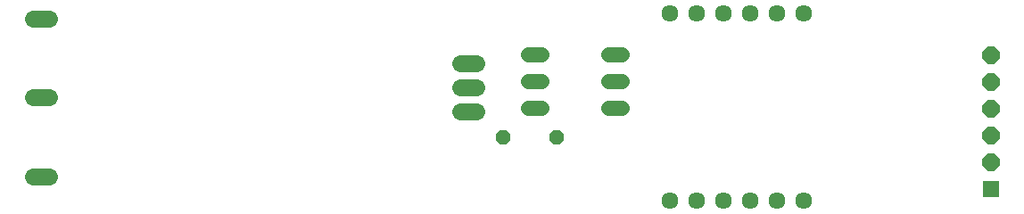
<source format=gbs>
G75*
G70*
%OFA0B0*%
%FSLAX24Y24*%
%IPPOS*%
%LPD*%
%AMOC8*
5,1,8,0,0,1.08239X$1,22.5*
%
%ADD10C,0.0634*%
%ADD11C,0.0560*%
%ADD12OC8,0.0560*%
%ADD13C,0.0634*%
%ADD14R,0.0640X0.0640*%
%ADD15OC8,0.0640*%
%ADD16C,0.0640*%
D10*
X026508Y003215D03*
X027508Y003215D03*
X028508Y003215D03*
X029508Y003215D03*
X030508Y003215D03*
X031508Y003215D03*
X031508Y010215D03*
X030508Y010215D03*
X029508Y010215D03*
X028508Y010215D03*
X027508Y010215D03*
X026508Y010215D03*
D11*
X024731Y008684D02*
X024211Y008684D01*
X021731Y008684D02*
X021211Y008684D01*
X021211Y007684D02*
X021731Y007684D01*
X024211Y007684D02*
X024731Y007684D01*
X024731Y006684D02*
X024211Y006684D01*
X021731Y006684D02*
X021211Y006684D01*
D12*
X020278Y005571D03*
X022278Y005571D03*
D13*
X003311Y004118D02*
X002717Y004118D01*
X002717Y007071D02*
X003311Y007071D01*
X003311Y010023D02*
X002717Y010023D01*
D14*
X038519Y003646D03*
D15*
X038519Y004646D03*
X038519Y005646D03*
X038519Y006646D03*
X038519Y007646D03*
X038519Y008646D03*
D16*
X019300Y008348D02*
X018700Y008348D01*
X018700Y007448D02*
X019300Y007448D01*
X019300Y006548D02*
X018700Y006548D01*
M02*

</source>
